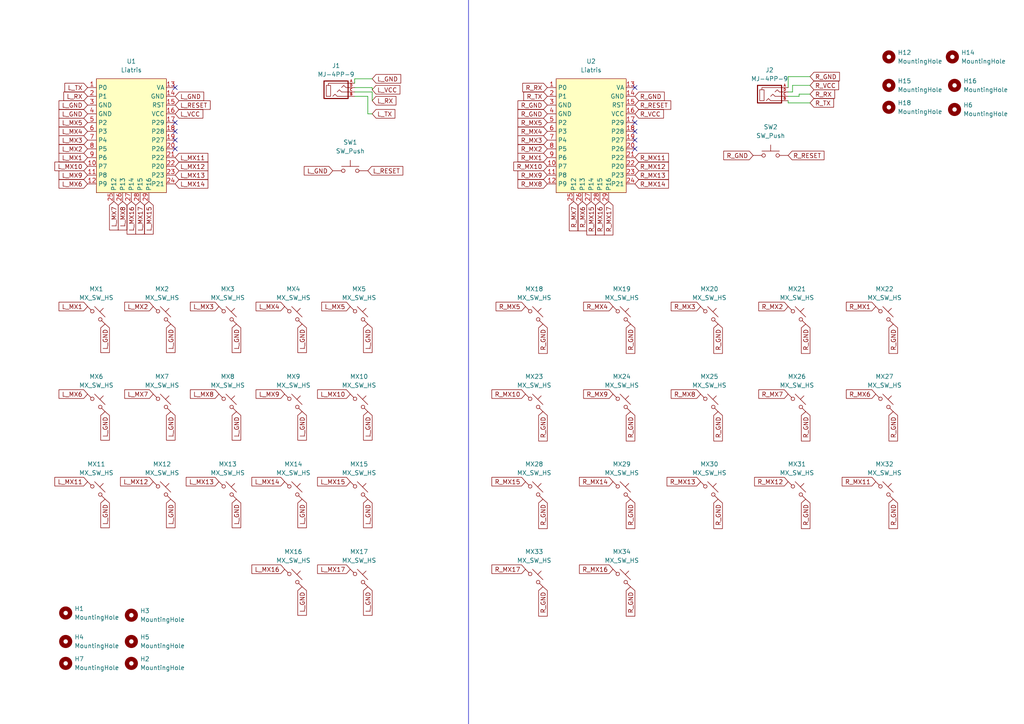
<source format=kicad_sch>
(kicad_sch (version 20230121) (generator eeschema)
  (paper "A4")
  (lib_symbols
    (symbol "Mechanical:MountingHole" (pin_names (offset 1.016))
      (property "Reference" "H" (at 0 5.08 0))
      (property "Value" "MountingHole" (at 0 3.175 0))
      (symbol "MountingHole_0_1"
        (circle (center 0 0) (radius 1.27) (stroke (width 1.27)))
      )
    )
    (symbol "Switch:SW_Push" (pin_numbers hide) (pin_names (offset 1.016) hide)
      (property "Reference" "SW" (at 1.27 2.54 0))
      (property "Value" "SW_Push" (at 0 -1.524 0))
      (symbol "SW_Push_0_1"
        (circle (center -2.032 0) (radius 0.508))
        (polyline (pts (xy 0 1.27) (xy 0 3.048)))
        (polyline (pts (xy 2.54 1.27) (xy -2.54 1.27)))
        (circle (center 2.032 0) (radius 0.508))
        (pin passive line (at -5.08 0 0) (length 2.54) (name "1") (number "1"))
        (pin passive line (at 5.08 0 180) (length 2.54) (name "2") (number "2"))
      )
    )
    (symbol "marbastlib-promicroish:Liatris" (in_bom no)
      (property "Reference" "U" (at 0 20.32 0))
      (property "Value" "Liatris" (at 0 17.78 0))
      (symbol "Liatris_0_0"
        (pin bidirectional line (at -12.7 13.97 0) (length 2.54) (name "P0") (number "1"))
        (pin bidirectional line (at -12.7 -8.89 0) (length 2.54) (name "P7") (number "10"))
        (pin bidirectional line (at -12.7 -11.43 0) (length 2.54) (name "P8") (number "11"))
        (pin bidirectional line (at -12.7 -13.97 0) (length 2.54) (name "P9") (number "12"))
        (pin power_out line (at 12.7 11.43 180) (length 2.54) (name "GND") (number "14"))
        (pin bidirectional line (at 12.7 8.89 180) (length 2.54) (name "RST") (number "15"))
        (pin bidirectional line (at 12.7 3.81 180) (length 2.54) (name "P29") (number "17"))
        (pin bidirectional line (at 12.7 1.27 180) (length 2.54) (name "P28") (number "18"))
        (pin bidirectional line (at 12.7 -1.27 180) (length 2.54) (name "P27") (number "19"))
        (pin bidirectional line (at -12.7 11.43 0) (length 2.54) (name "P1") (number "2"))
        (pin bidirectional line (at 12.7 -3.81 180) (length 2.54) (name "P26") (number "20"))
        (pin bidirectional line (at 12.7 -6.35 180) (length 2.54) (name "P22") (number "21"))
        (pin bidirectional line (at 12.7 -8.89 180) (length 2.54) (name "P20") (number "22"))
        (pin bidirectional line (at 12.7 -11.43 180) (length 2.54) (name "P23") (number "23"))
        (pin bidirectional line (at 12.7 -13.97 180) (length 2.54) (name "P21") (number "24"))
        (pin power_out line (at -12.7 8.89 0) (length 2.54) (name "GND") (number "3"))
        (pin power_out line (at -12.7 6.35 0) (length 2.54) (name "GND") (number "4"))
        (pin bidirectional line (at -12.7 3.81 0) (length 2.54) (name "P2") (number "5"))
        (pin bidirectional line (at -12.7 1.27 0) (length 2.54) (name "P3") (number "6"))
        (pin bidirectional line (at -12.7 -1.27 0) (length 2.54) (name "P4") (number "7"))
        (pin bidirectional line (at -12.7 -3.81 0) (length 2.54) (name "P5") (number "8"))
        (pin bidirectional line (at -12.7 -6.35 0) (length 2.54) (name "P6") (number "9"))
      )
      (symbol "Liatris_1_0"
        (pin power_out line (at 12.7 13.97 180) (length 2.54) (name "VA") (number "13"))
        (pin power_out line (at 12.7 6.35 180) (length 2.54) (name "VCC") (number "16"))
        (pin bidirectional line (at -5.08 -19.05 90) (length 2.54) (name "P12") (number "25"))
        (pin bidirectional line (at -2.54 -19.05 90) (length 2.54) (name "P13") (number "26"))
        (pin bidirectional line (at 0 -19.05 90) (length 2.54) (name "P14") (number "27"))
        (pin bidirectional line (at 2.54 -19.05 90) (length 2.54) (name "P15") (number "28"))
        (pin bidirectional line (at 5.08 -19.05 90) (length 2.54) (name "P16") (number "29"))
      )
      (symbol "Liatris_1_1"
        (rectangle (start -10.16 16.51) (end 10.16 -16.51) (fill (type background)))
      )
    )
    (symbol "sepp:MJ-4PP-9" (pin_names (offset 1.016))
      (property "Reference" "J" (at 0 3.81 0))
      (property "Value" "MJ-4PP-9" (at 0 -3.81 0))
      (symbol "MJ-4PP-9_0_1"
        (rectangle (start -1.905 -1.905) (end -3.175 1.27))
        (polyline (pts (xy -2.54 1.27) (xy -2.54 1.905) (xy 3.175 1.905)))
        (polyline (pts (xy -1.27 -1.905) (xy -0.635 -1.27) (xy 0 -1.905) (xy 3.175 -1.905)))
        (polyline (pts (xy 0 -0.635) (xy 0.635 0) (xy 1.27 -0.635) (xy 3.175 -0.635)))
        (polyline (pts (xy 1.27 0.635) (xy 1.905 1.27) (xy 2.54 0.635) (xy 3.175 0.635)))
        (rectangle (start 3.175 2.54) (end -3.81 -2.54) (stroke (width 0.3048)))
      )
      (symbol "MJ-4PP-9_1_1"
        (pin input line (at 5.08 1.905 180) (length 2.0066) (name "~") (number "A"))
        (pin input line (at 5.08 -1.905 180) (length 2.0066) (name "~") (number "B"))
        (pin input line (at 5.08 -0.635 180) (length 2.0066) (name "~") (number "C"))
        (pin input line (at 5.08 0.635 180) (length 2.0066) (name "~") (number "D"))
      )
    )
    (symbol "sepp:MX_SW_HS" (pin_numbers hide) (pin_names (offset 1.016) hide)
      (property "Reference" "SW" (at 3.048 1.016 0))
      (property "Value" "MX_SW_HS" (at 0 -3.81 0))
      (symbol "MX_SW_HS_0_1"
        (circle (center -1.1684 1.1684) (radius 0.508))
        (polyline (pts (xy -0.508 2.54) (xy 2.54 -0.508)))
        (polyline (pts (xy 1.016 1.016) (xy 2.032 2.032)))
        (polyline (pts (xy -2.54 2.54) (xy -1.524 1.524) (xy -1.524 1.524)))
        (polyline (pts (xy 1.524 -1.524) (xy 2.54 -2.54) (xy 2.54 -2.54) (xy 2.54 -2.54)))
        (circle (center 1.143 -1.1938) (radius 0.508))
        (pin passive line (at -2.54 2.54 0) (length 0) (name "1") (number "1"))
        (pin passive line (at 2.54 -2.54 180) (length 0) (name "2") (number "2"))
      )
    )
    (symbol "sepp:mousebites" (pin_names (offset 1.016))
      (property "Reference" "H" (at 0 5.08 0))
      (property "Value" "mousebites" (at 0 3.175 0))
      (symbol "mousebites_0_1"
        (circle (center 0 0) (radius 1.27) (stroke (width 1.27)))
      )
    )
  )
  (no_connect (at 184.15 38.1))
  (no_connect (at 184.15 43.18))
  (no_connect (at 50.8 25.4))
  (no_connect (at 50.8 43.18))
  (no_connect (at 184.15 35.56))
  (no_connect (at 50.8 38.1))
  (no_connect (at 184.15 25.4))
  (no_connect (at 50.8 35.56))
  (no_connect (at 184.15 40.64))
  (no_connect (at 50.8 40.64))
  (wire (pts (xy 229.87 24.765) (xy 229.87 26.67)))
  (wire (pts (xy 228.6 29.21) (xy 228.6 29.845)))
  (wire (pts (xy 106.68 27.94) (xy 106.68 33.02)))
  (wire (pts (xy 107.95 25.4) (xy 107.95 26.035)))
  (wire (pts (xy 234.95 27.305) (xy 231.775 27.305)))
  (wire (pts (xy 106.68 33.02) (xy 107.95 33.02)))
  (wire (pts (xy 107.95 26.67) (xy 107.95 29.21)))
  (polyline (pts (xy 135.89 -3.175) (xy 135.89 212.725)))
  (wire (pts (xy 229.87 26.67) (xy 228.6 26.67)))
  (wire (pts (xy 231.775 27.305) (xy 231.775 27.94)))
  (wire (pts (xy 102.87 27.94) (xy 106.68 27.94)))
  (wire (pts (xy 228.6 22.225) (xy 228.6 25.4)))
  (wire (pts (xy 228.6 29.845) (xy 234.95 29.845)))
  (wire (pts (xy 234.95 24.765) (xy 229.87 24.765)))
  (wire (pts (xy 231.775 27.94) (xy 228.6 27.94)))
  (wire (pts (xy 102.87 22.86) (xy 102.87 24.13)))
  (wire (pts (xy 107.95 22.86) (xy 102.87 22.86)))
  (wire (pts (xy 102.87 26.67) (xy 107.95 26.67)))
  (wire (pts (xy 102.87 25.4) (xy 107.95 25.4)))
  (wire (pts (xy 234.95 22.225) (xy 228.6 22.225)))
  (global_label "L_VCC" (shape input) (at 107.95 26.035 0) (property "Intersheetrefs" "${INTERSHEET_REFS}" (effects hide)))
  (global_label "R_MX9" (shape input) (at 158.75 50.8 180) (property "Intersheetrefs" "${INTERSHEET_REFS}" (effects hide)))
  (global_label "L_MX13" (shape input) (at 50.8 50.8 0) (property "Intersheetrefs" "${INTERSHEET_REFS}" (effects hide)))
  (global_label "L_MX17" (shape input) (at 40.64 58.42 270) (property "Intersheetrefs" "${INTERSHEET_REFS}" (effects hide)))
  (global_label "L_MX8" (shape input) (at 35.56 58.42 270) (property "Intersheetrefs" "${INTERSHEET_REFS}" (effects hide)))
  (global_label "L_MX8" (shape input) (at 63.5 114.3 180) (property "Intersheetrefs" "${INTERSHEET_REFS}" (effects hide)))
  (global_label "R_GND" (shape input) (at 157.48 144.78 270) (property "Intersheetrefs" "${INTERSHEET_REFS}" (effects hide)))
  (global_label "L_MX6" (shape input) (at 25.4 53.34 180) (property "Intersheetrefs" "${INTERSHEET_REFS}" (effects hide)))
  (global_label "R_RX" (shape input) (at 158.75 25.4 180) (property "Intersheetrefs" "${INTERSHEET_REFS}" (effects hide)))
  (global_label "R_MX9" (shape input) (at 177.8 114.3 180) (property "Intersheetrefs" "${INTERSHEET_REFS}" (effects hide)))
  (global_label "L_MX10" (shape input) (at 101.6 114.3 180) (property "Intersheetrefs" "${INTERSHEET_REFS}" (effects hide)))
  (global_label "L_GND" (shape input) (at 25.4 33.02 180) (property "Intersheetrefs" "${INTERSHEET_REFS}" (effects hide)))
  (global_label "L_MX9" (shape input) (at 82.55 114.3 180) (property "Intersheetrefs" "${INTERSHEET_REFS}" (effects hide)))
  (global_label "R_MX15" (shape input) (at 171.45 58.42 270) (property "Intersheetrefs" "${INTERSHEET_REFS}" (effects hide)))
  (global_label "R_GND" (shape input) (at 234.95 22.225 0) (property "Intersheetrefs" "${INTERSHEET_REFS}" (effects hide)))
  (global_label "L_GND" (shape input) (at 68.58 93.98 270) (property "Intersheetrefs" "${INTERSHEET_REFS}" (effects hide)))
  (global_label "L_GND" (shape input) (at 49.53 119.38 270) (property "Intersheetrefs" "${INTERSHEET_REFS}" (effects hide)))
  (global_label "R_MX3" (shape input) (at 203.2 88.9 180) (property "Intersheetrefs" "${INTERSHEET_REFS}" (effects hide)))
  (global_label "R_MX17" (shape input) (at 152.4 165.1 180) (property "Intersheetrefs" "${INTERSHEET_REFS}" (effects hide)))
  (global_label "R_MX5" (shape input) (at 158.75 35.56 180) (property "Intersheetrefs" "${INTERSHEET_REFS}" (effects hide)))
  (global_label "R_GND" (shape input) (at 208.28 119.38 270) (property "Intersheetrefs" "${INTERSHEET_REFS}" (effects hide)))
  (global_label "L_MX2" (shape input) (at 44.45 88.9 180) (property "Intersheetrefs" "${INTERSHEET_REFS}" (effects hide)))
  (global_label "L_MX11" (shape input) (at 25.4 139.7 180) (property "Intersheetrefs" "${INTERSHEET_REFS}" (effects hide)))
  (global_label "L_MX16" (shape input) (at 38.1 58.42 270) (property "Intersheetrefs" "${INTERSHEET_REFS}" (effects hide)))
  (global_label "R_GND" (shape input) (at 182.88 93.98 270) (property "Intersheetrefs" "${INTERSHEET_REFS}" (effects hide)))
  (global_label "L_GND" (shape input) (at 30.48 93.98 270) (property "Intersheetrefs" "${INTERSHEET_REFS}" (effects hide)))
  (global_label "L_GND" (shape input) (at 68.58 119.38 270) (property "Intersheetrefs" "${INTERSHEET_REFS}" (effects hide)))
  (global_label "R_MX5" (shape input) (at 152.4 88.9 180) (property "Intersheetrefs" "${INTERSHEET_REFS}" (effects hide)))
  (global_label "L_MX17" (shape input) (at 101.6 165.1 180) (property "Intersheetrefs" "${INTERSHEET_REFS}" (effects hide)))
  (global_label "R_MX6" (shape input) (at 168.91 58.42 270) (property "Intersheetrefs" "${INTERSHEET_REFS}" (effects hide)))
  (global_label "R_GND" (shape input) (at 233.68 119.38 270) (property "Intersheetrefs" "${INTERSHEET_REFS}" (effects hide)))
  (global_label "L_GND" (shape input) (at 87.63 119.38 270) (property "Intersheetrefs" "${INTERSHEET_REFS}" (effects hide)))
  (global_label "L_GND" (shape input) (at 106.68 170.18 270) (property "Intersheetrefs" "${INTERSHEET_REFS}" (effects hide)))
  (global_label "R_MX3" (shape input) (at 158.75 40.64 180) (property "Intersheetrefs" "${INTERSHEET_REFS}" (effects hide)))
  (global_label "R_MX2" (shape input) (at 158.75 43.18 180) (property "Intersheetrefs" "${INTERSHEET_REFS}" (effects hide)))
  (global_label "R_MX16" (shape input) (at 177.8 165.1 180) (property "Intersheetrefs" "${INTERSHEET_REFS}" (effects hide)))
  (global_label "R_GND" (shape input) (at 158.75 33.02 180) (property "Intersheetrefs" "${INTERSHEET_REFS}" (effects hide)))
  (global_label "R_GND" (shape input) (at 233.68 144.78 270) (property "Intersheetrefs" "${INTERSHEET_REFS}" (effects hide)))
  (global_label "R_MX11" (shape input) (at 184.15 45.72 0) (property "Intersheetrefs" "${INTERSHEET_REFS}" (effects hide)))
  (global_label "R_VCC" (shape input) (at 184.15 33.02 0) (property "Intersheetrefs" "${INTERSHEET_REFS}" (effects hide)))
  (global_label "L_MX16" (shape input) (at 82.55 165.1 180) (property "Intersheetrefs" "${INTERSHEET_REFS}" (effects hide)))
  (global_label "L_TX" (shape input) (at 25.4 25.4 180) (property "Intersheetrefs" "${INTERSHEET_REFS}" (effects hide)))
  (global_label "L_GND" (shape input) (at 106.68 93.98 270) (property "Intersheetrefs" "${INTERSHEET_REFS}" (effects hide)))
  (global_label "R_MX4" (shape input) (at 177.8 88.9 180) (property "Intersheetrefs" "${INTERSHEET_REFS}" (effects hide)))
  (global_label "L_GND" (shape input) (at 106.68 144.78 270) (property "Intersheetrefs" "${INTERSHEET_REFS}" (effects hide)))
  (global_label "L_MX4" (shape input) (at 25.4 38.1 180) (property "Intersheetrefs" "${INTERSHEET_REFS}" (effects hide)))
  (global_label "L_MX1" (shape input) (at 25.4 88.9 180) (property "Intersheetrefs" "${INTERSHEET_REFS}" (effects hide)))
  (global_label "R_MX14" (shape input) (at 177.8 139.7 180) (property "Intersheetrefs" "${INTERSHEET_REFS}" (effects hide)))
  (global_label "L_MX15" (shape input) (at 43.18 58.42 270) (property "Intersheetrefs" "${INTERSHEET_REFS}" (effects hide)))
  (global_label "R_MX2" (shape input) (at 228.6 88.9 180) (property "Intersheetrefs" "${INTERSHEET_REFS}" (effects hide)))
  (global_label "L_MX14" (shape input) (at 50.8 53.34 0) (property "Intersheetrefs" "${INTERSHEET_REFS}" (effects hide)))
  (global_label "R_MX13" (shape input) (at 184.15 50.8 0) (property "Intersheetrefs" "${INTERSHEET_REFS}" (effects hide)))
  (global_label "R_VCC" (shape input) (at 234.95 24.765 0) (property "Intersheetrefs" "${INTERSHEET_REFS}" (effects hide)))
  (global_label "R_MX16" (shape input) (at 173.99 58.42 270) (property "Intersheetrefs" "${INTERSHEET_REFS}" (effects hide)))
  (global_label "R_GND" (shape input) (at 208.28 144.78 270) (property "Intersheetrefs" "${INTERSHEET_REFS}" (effects hide)))
  (global_label "R_GND" (shape input) (at 233.68 93.98 270) (property "Intersheetrefs" "${INTERSHEET_REFS}" (effects hide)))
  (global_label "L_GND" (shape input) (at 49.53 93.98 270) (property "Intersheetrefs" "${INTERSHEET_REFS}" (effects hide)))
  (global_label "L_MX9" (shape input) (at 25.4 50.8 180) (property "Intersheetrefs" "${INTERSHEET_REFS}" (effects hide)))
  (global_label "R_RESET" (shape input) (at 228.6 45.085 0) (property "Intersheetrefs" "${INTERSHEET_REFS}" (effects hide)))
  (global_label "L_GND" (shape input) (at 96.52 49.53 180) (property "Intersheetrefs" "${INTERSHEET_REFS}" (effects hide)))
  (global_label "L_MX14" (shape input) (at 82.55 139.7 180) (property "Intersheetrefs" "${INTERSHEET_REFS}" (effects hide)))
  (global_label "R_GND" (shape input) (at 259.08 119.38 270) (property "Intersheetrefs" "${INTERSHEET_REFS}" (effects hide)))
  (global_label "L_GND" (shape input) (at 50.8 27.94 0) (property "Intersheetrefs" "${INTERSHEET_REFS}" (effects hide)))
  (global_label "R_RX" (shape input) (at 234.95 27.305 0) (property "Intersheetrefs" "${INTERSHEET_REFS}" (effects hide)))
  (global_label "L_MX12" (shape input) (at 44.45 139.7 180) (property "Intersheetrefs" "${INTERSHEET_REFS}" (effects hide)))
  (global_label "R_TX" (shape input) (at 158.75 27.94 180) (property "Intersheetrefs" "${INTERSHEET_REFS}" (effects hide)))
  (global_label "L_MX2" (shape input) (at 25.4 43.18 180) (property "Intersheetrefs" "${INTERSHEET_REFS}" (effects hide)))
  (global_label "R_MX15" (shape input) (at 152.4 139.7 180) (property "Intersheetrefs" "${INTERSHEET_REFS}" (effects hide)))
  (global_label "R_GND" (shape input) (at 259.08 144.78 270) (property "Intersheetrefs" "${INTERSHEET_REFS}" (effects hide)))
  (global_label "L_MX11" (shape input) (at 50.8 45.72 0) (property "Intersheetrefs" "${INTERSHEET_REFS}" (effects hide)))
  (global_label "L_MX13" (shape input) (at 63.5 139.7 180) (property "Intersheetrefs" "${INTERSHEET_REFS}" (effects hide)))
  (global_label "R_MX7" (shape input) (at 166.37 58.42 270) (property "Intersheetrefs" "${INTERSHEET_REFS}" (effects hide)))
  (global_label "L_MX7" (shape input) (at 33.02 58.42 270) (property "Intersheetrefs" "${INTERSHEET_REFS}" (effects hide)))
  (global_label "R_GND" (shape input) (at 218.44 45.085 180) (property "Intersheetrefs" "${INTERSHEET_REFS}" (effects hide)))
  (global_label "R_GND" (shape input) (at 182.88 144.78 270) (property "Intersheetrefs" "${INTERSHEET_REFS}" (effects hide)))
  (global_label "R_MX1" (shape input) (at 158.75 45.72 180) (property "Intersheetrefs" "${INTERSHEET_REFS}" (effects hide)))
  (global_label "L_GND" (shape input) (at 87.63 170.18 270) (property "Intersheetrefs" "${INTERSHEET_REFS}" (effects hide)))
  (global_label "R_GND" (shape input) (at 157.48 119.38 270) (property "Intersheetrefs" "${INTERSHEET_REFS}" (effects hide)))
  (global_label "R_GND" (shape input) (at 182.88 119.38 270) (property "Intersheetrefs" "${INTERSHEET_REFS}" (effects hide)))
  (global_label "L_GND" (shape input) (at 106.68 119.38 270) (property "Intersheetrefs" "${INTERSHEET_REFS}" (effects hide)))
  (global_label "L_GND" (shape input) (at 49.53 144.78 270) (property "Intersheetrefs" "${INTERSHEET_REFS}" (effects hide)))
  (global_label "R_MX7" (shape input) (at 228.6 114.3 180) (property "Intersheetrefs" "${INTERSHEET_REFS}" (effects hide)))
  (global_label "L_GND" (shape input) (at 107.95 22.86 0) (property "Intersheetrefs" "${INTERSHEET_REFS}" (effects hide)))
  (global_label "R_MX12" (shape input) (at 184.15 48.26 0) (property "Intersheetrefs" "${INTERSHEET_REFS}" (effects hide)))
  (global_label "R_MX13" (shape input) (at 203.2 139.7 180) (property "Intersheetrefs" "${INTERSHEET_REFS}" (effects hide)))
  (global_label "R_MX10" (shape input) (at 158.75 48.26 180) (property "Intersheetrefs" "${INTERSHEET_REFS}" (effects hide)))
  (global_label "L_MX3" (shape input) (at 63.5 88.9 180) (property "Intersheetrefs" "${INTERSHEET_REFS}" (effects hide)))
  (global_label "L_MX15" (shape input) (at 101.6 139.7 180) (property "Intersheetrefs" "${INTERSHEET_REFS}" (effects hide)))
  (global_label "L_RX" (shape input) (at 25.4 27.94 180) (property "Intersheetrefs" "${INTERSHEET_REFS}" (effects hide)))
  (global_label "L_MX3" (shape input) (at 25.4 40.64 180) (property "Intersheetrefs" "${INTERSHEET_REFS}" (effects hide)))
  (global_label "R_MX10" (shape input) (at 152.4 114.3 180) (property "Intersheetrefs" "${INTERSHEET_REFS}" (effects hide)))
  (global_label "R_TX" (shape input) (at 234.95 29.845 0) (property "Intersheetrefs" "${INTERSHEET_REFS}" (effects hide)))
  (global_label "L_GND" (shape input) (at 87.63 93.98 270) (property "Intersheetrefs" "${INTERSHEET_REFS}" (effects hide)))
  (global_label "R_GND" (shape input) (at 184.15 27.94 0) (property "Intersheetrefs" "${INTERSHEET_REFS}" (effects hide)))
  (global_label "L_GND" (shape input) (at 25.4 30.48 180) (property "Intersheetrefs" "${INTERSHEET_REFS}" (effects hide)))
  (global_label "R_MX4" (shape input) (at 158.75 38.1 180) (property "Intersheetrefs" "${INTERSHEET_REFS}" (effects hide)))
  (global_label "R_MX11" (shape input) (at 254 139.7 180) (property "Intersheetrefs" "${INTERSHEET_REFS}" (effects hide)))
  (global_label "R_GND" (shape input) (at 157.48 170.18 270) (property "Intersheetrefs" "${INTERSHEET_REFS}" (effects hide)))
  (global_label "R_MX17" (shape input) (at 176.53 58.42 270) (property "Intersheetrefs" "${INTERSHEET_REFS}" (effects hide)))
  (global_label "R_MX8" (shape input) (at 203.2 114.3 180) (property "Intersheetrefs" "${INTERSHEET_REFS}" (effects hide)))
  (global_label "R_MX12" (shape input) (at 228.6 139.7 180) (property "Intersheetrefs" "${INTERSHEET_REFS}" (effects hide)))
  (global_label "L_GND" (shape input) (at 30.48 119.38 270) (property "Intersheetrefs" "${INTERSHEET_REFS}" (effects hide)))
  (global_label "L_MX7" (shape input) (at 44.45 114.3 180) (property "Intersheetrefs" "${INTERSHEET_REFS}" (effects hide)))
  (global_label "L_MX4" (shape input) (at 82.55 88.9 180) (property "Intersheetrefs" "${INTERSHEET_REFS}" (effects hide)))
  (global_label "L_MX5" (shape input) (at 101.6 88.9 180) (property "Intersheetrefs" "${INTERSHEET_REFS}" (effects hide)))
  (global_label "R_GND" (shape input) (at 259.08 93.98 270) (property "Intersheetrefs" "${INTERSHEET_REFS}" (effects hide)))
  (global_label "R_GND" (shape input) (at 208.28 93.98 270) (property "Intersheetrefs" "${INTERSHEET_REFS}" (effects hide)))
  (global_label "L_MX5" (shape input) (at 25.4 35.56 180) (property "Intersheetrefs" "${INTERSHEET_REFS}" (effects hide)))
  (global_label "R_RESET" (shape input) (at 184.15 30.48 0) (property "Intersheetrefs" "${INTERSHEET_REFS}" (effects hide)))
  (global_label "L_TX" (shape input) (at 107.95 33.02 0) (property "Intersheetrefs" "${INTERSHEET_REFS}" (effects hide)))
  (global_label "L_VCC" (shape input) (at 50.8 33.02 0) (property "Intersheetrefs" "${INTERSHEET_REFS}" (effects hide)))
  (global_label "L_MX1" (shape input) (at 25.4 45.72 180) (property "Intersheetrefs" "${INTERSHEET_REFS}" (effects hide)))
  (global_label "R_GND" (shape input) (at 158.75 30.48 180) (property "Intersheetrefs" "${INTERSHEET_REFS}" (effects hide)))
  (global_label "L_MX12" (shape input) (at 50.8 48.26 0) (property "Intersheetrefs" "${INTERSHEET_REFS}" (effects hide)))
  (global_label "R_MX8" (shape input) (at 158.75 53.34 180) (property "Intersheetrefs" "${INTERSHEET_REFS}" (effects hide)))
  (global_label "L_GND" (shape input) (at 68.58 144.78 270) (property "Intersheetrefs" "${INTERSHEET_REFS}" (effects hide)))
  (global_label "L_RX" (shape input) (at 107.95 29.21 0) (property "Intersheetrefs" "${INTERSHEET_REFS}" (effects hide)))
  (global_label "L_GND" (shape input) (at 30.48 144.78 270) (property "Intersheetrefs" "${INTERSHEET_REFS}" (effects hide)))
  (global_label "L_RESET" (shape input) (at 50.8 30.48 0) (property "Intersheetrefs" "${INTERSHEET_REFS}" (effects hide)))
  (global_label "R_GND" (shape input) (at 182.88 170.18 270) (property "Intersheetrefs" "${INTERSHEET_REFS}" (effects hide)))
  (global_label "R_GND" (shape input) (at 157.48 93.98 270) (property "Intersheetrefs" "${INTERSHEET_REFS}" (effects hide)))
  (global_label "L_RESET" (shape input) (at 106.68 49.53 0) (property "Intersheetrefs" "${INTERSHEET_REFS}" (effects hide)))
  (global_label "L_MX10" (shape input) (at 25.4 48.26 180) (property "Intersheetrefs" "${INTERSHEET_REFS}" (effects hide)))
  (global_label "R_MX6" (shape input) (at 254 114.3 180) (property "Intersheetrefs" "${INTERSHEET_REFS}" (effects hide)))
  (global_label "L_GND" (shape input) (at 87.63 144.78 270) (property "Intersheetrefs" "${INTERSHEET_REFS}" (effects hide)))
  (global_label "L_MX6" (shape input) (at 25.4 114.3 180) (property "Intersheetrefs" "${INTERSHEET_REFS}" (effects hide)))
  (global_label "R_MX14" (shape input) (at 184.15 53.34 0) (property "Intersheetrefs" "${INTERSHEET_REFS}" (effects hide)))
  (global_label "R_MX1" (shape input) (at 254 88.9 180) (property "Intersheetrefs" "${INTERSHEET_REFS}" (effects hide)))
  (symbol (lib_id "Mechanical:MountingHole") (at 276.86 31.75 0) (unit 1)
    (property "Reference" "H6" (at 279.4 30.48 0) (effects (justify left)))
    (property "Value" "MountingHole" (at 279.4 33.02 0) (effects (justify left)))
    (property "Footprint" "MountingHole:MountingHole_2.2mm_M2_DIN965" (effects hide))
  )
  (symbol (lib_id "sepp:MX_SW_HS") (at 205.74 116.84 0) (unit 1)
    (property "Reference" "MX25" (at 205.74 109.22 0))
    (property "Value" "MX_SW_HS" (at 205.74 111.76 0))
    (property "Footprint" "sepp:SW_MX_HS_1u" (effects hide))
  )
  (symbol (lib_id "sepp:MX_SW_HS") (at 154.94 91.44 0) (unit 1)
    (property "Reference" "MX18" (at 154.94 83.82 0))
    (property "Value" "MX_SW_HS" (at 154.94 86.36 0))
    (property "Footprint" "sepp:SW_MX_HS_1u" (effects hide))
  )
  (symbol (lib_id "Mechanical:MountingHole") (at 257.81 24.765 0) (unit 1)
    (property "Reference" "H15" (at 260.35 23.495 0) (effects (justify left)))
    (property "Value" "MountingHole" (at 260.35 26.035 0) (effects (justify left)))
    (property "Footprint" "MountingHole:MountingHole_2.2mm_M2_DIN965" (effects hide))
  )
  (symbol (lib_id "Mechanical:MountingHole") (at 257.81 31.115 0) (unit 1)
    (property "Reference" "H18" (at 260.35 29.845 0) (effects (justify left)))
    (property "Value" "MountingHole" (at 260.35 32.385 0) (effects (justify left)))
    (property "Footprint" "MountingHole:MountingHole_2.2mm_M2_DIN965" (effects hide))
  )
  (symbol (lib_id "sepp:MX_SW_HS") (at 85.09 167.64 0) (unit 1)
    (property "Reference" "MX16" (at 85.09 160.02 0))
    (property "Value" "MX_SW_HS" (at 85.09 162.56 0))
    (property "Footprint" "sepp:SW_MX_HS_1u" (effects hide))
  )
  (symbol (lib_id "sepp:MX_SW_HS") (at 85.09 116.84 0) (unit 1)
    (property "Reference" "MX9" (at 85.09 109.22 0))
    (property "Value" "MX_SW_HS" (at 85.09 111.76 0))
    (property "Footprint" "sepp:SW_MX_HS_1u" (effects hide))
  )
  (symbol (lib_id "sepp:mousebites") (at 128.27 -13.335 0) (unit 1)
    (property "Reference" "H9" (at 130.81 -14.605 0) (effects (justify left)))
    (property "Value" "mousebites" (at 130.81 -12.065 0) (effects (justify left)))
    (property "Footprint" "sepp:breakaway-mousebites" (effects hide))
  )
  (symbol (lib_id "Mechanical:MountingHole") (at 19.05 192.405 0) (unit 1)
    (property "Reference" "H7" (at 21.59 191.135 0) (effects (justify left)))
    (property "Value" "MountingHole" (at 21.59 193.675 0) (effects (justify left)))
    (property "Footprint" "MountingHole:MountingHole_2.2mm_M2_DIN965" (effects hide))
  )
  (symbol (lib_id "sepp:MJ-4PP-9") (at 223.52 27.305 0) (unit 1)
    (property "Reference" "J2" (at 223.2025 20.32 0))
    (property "Value" "MJ-4PP-9" (at 223.2025 22.86 0))
    (property "Footprint" "sepp:MJ-4PP-9" (effects hide))
  )
  (symbol (lib_id "Switch:SW_Push") (at 223.52 45.085 0) (unit 1)
    (property "Reference" "SW2" (at 223.52 36.83 0))
    (property "Value" "SW_Push" (at 223.52 39.37 0))
    (property "Footprint" "sepp:top_reset" (effects hide))
  )
  (symbol (lib_id "sepp:MJ-4PP-9") (at 97.79 26.035 0) (unit 1)
    (property "Reference" "J1" (at 97.4725 19.05 0))
    (property "Value" "MJ-4PP-9" (at 97.4725 21.59 0))
    (property "Footprint" "sepp:MJ-4PP-9" (effects hide))
  )
  (symbol (lib_id "sepp:MX_SW_HS") (at 256.54 91.44 0) (unit 1)
    (property "Reference" "MX22" (at 256.54 83.82 0))
    (property "Value" "MX_SW_HS" (at 256.54 86.36 0))
    (property "Footprint" "sepp:SW_MX_HS_1u" (effects hide))
  )
  (symbol (lib_id "Mechanical:MountingHole") (at 19.05 186.055 0) (unit 1)
    (property "Reference" "H4" (at 21.59 184.785 0) (effects (justify left)))
    (property "Value" "MountingHole" (at 21.59 187.325 0) (effects (justify left)))
    (property "Footprint" "MountingHole:MountingHole_2.2mm_M2_DIN965" (effects hide))
  )
  (symbol (lib_id "Mechanical:MountingHole") (at 38.1 192.405 0) (unit 1)
    (property "Reference" "H2" (at 40.64 191.135 0) (effects (justify left)))
    (property "Value" "MountingHole" (at 40.64 193.675 0) (effects (justify left)))
    (property "Footprint" "MountingHole:MountingHole_2.2mm_M2_DIN965" (effects hide))
  )
  (symbol (lib_id "Mechanical:MountingHole") (at 38.1 186.055 0) (unit 1)
    (property "Reference" "H5" (at 40.64 184.785 0) (effects (justify left)))
    (property "Value" "MountingHole" (at 40.64 187.325 0) (effects (justify left)))
    (property "Footprint" "MountingHole:MountingHole_2.2mm_M2_DIN965" (effects hide))
  )
  (symbol (lib_id "sepp:MX_SW_HS") (at 27.94 142.24 0) (unit 1)
    (property "Reference" "MX11" (at 27.94 134.62 0))
    (property "Value" "MX_SW_HS" (at 27.94 137.16 0))
    (property "Footprint" "sepp:SW_MX_HS_1u" (effects hide))
  )
  (symbol (lib_id "Mechanical:MountingHole") (at 257.81 16.51 0) (unit 1)
    (property "Reference" "H12" (at 260.35 15.24 0) (effects (justify left)))
    (property "Value" "MountingHole" (at 260.35 17.78 0) (effects (justify left)))
    (property "Footprint" "MountingHole:MountingHole_2.2mm_M2_DIN965" (effects hide))
  )
  (symbol (lib_id "Mechanical:MountingHole") (at 276.86 24.765 0) (unit 1)
    (property "Reference" "H16" (at 279.4 23.495 0) (effects (justify left)))
    (property "Value" "MountingHole" (at 279.4 26.035 0) (effects (justify left)))
    (property "Footprint" "MountingHole:MountingHole_2.2mm_M2_DIN965" (effects hide))
  )
  (symbol (lib_id "sepp:MX_SW_HS") (at 46.99 116.84 0) (unit 1)
    (property "Reference" "MX7" (at 46.99 109.22 0))
    (property "Value" "MX_SW_HS" (at 46.99 111.76 0))
    (property "Footprint" "sepp:SW_MX_HS_1u" (effects hide))
  )
  (symbol (lib_id "sepp:MX_SW_HS") (at 180.34 116.84 0) (unit 1)
    (property "Reference" "MX24" (at 180.34 109.22 0))
    (property "Value" "MX_SW_HS" (at 180.34 111.76 0))
    (property "Footprint" "sepp:SW_MX_HS_1u" (effects hide))
  )
  (symbol (lib_id "marbastlib-promicroish:Liatris") (at 38.1 39.37 0) (unit 1) (in_bom no)
    (property "Reference" "U1" (at 38.1 17.78 0))
    (property "Value" "Liatris" (at 38.1 20.32 0))
    (property "Footprint" "marbastlib-xp-promicroish:Liatris_AH_USBdn" (effects hide))
  )
  (symbol (lib_id "Mechanical:MountingHole") (at 19.05 177.8 0) (unit 1)
    (property "Reference" "H1" (at 21.59 176.53 0) (effects (justify left)))
    (property "Value" "MountingHole" (at 21.59 179.07 0) (effects (justify left)))
    (property "Footprint" "MountingHole:MountingHole_2.2mm_M2_DIN965" (effects hide))
  )
  (symbol (lib_id "sepp:MX_SW_HS") (at 231.14 91.44 0) (unit 1)
    (property "Reference" "MX21" (at 231.14 83.82 0))
    (property "Value" "MX_SW_HS" (at 231.14 86.36 0))
    (property "Footprint" "sepp:SW_MX_HS_1u" (effects hide))
  )
  (symbol (lib_id "sepp:MX_SW_HS") (at 231.14 142.24 0) (unit 1)
    (property "Reference" "MX31" (at 231.14 134.62 0))
    (property "Value" "MX_SW_HS" (at 231.14 137.16 0))
    (property "Footprint" "sepp:SW_MX_HS_1u" (effects hide))
  )
  (symbol (lib_id "sepp:MX_SW_HS") (at 104.14 142.24 0) (unit 1)
    (property "Reference" "MX15" (at 104.14 134.62 0))
    (property "Value" "MX_SW_HS" (at 104.14 137.16 0))
    (property "Footprint" "sepp:SW_MX_HS_1u" (effects hide))
  )
  (symbol (lib_id "Mechanical:MountingHole") (at 276.225 16.51 0) (unit 1)
    (property "Reference" "H14" (at 278.765 15.24 0) (effects (justify left)))
    (property "Value" "MountingHole" (at 278.765 17.78 0) (effects (justify left)))
    (property "Footprint" "MountingHole:MountingHole_2.2mm_M2_DIN965" (effects hide))
  )
  (symbol (lib_id "sepp:MX_SW_HS") (at 205.74 142.24 0) (unit 1)
    (property "Reference" "MX30" (at 205.74 134.62 0))
    (property "Value" "MX_SW_HS" (at 205.74 137.16 0))
    (property "Footprint" "sepp:SW_MX_HS_1u" (effects hide))
  )
  (symbol (lib_id "sepp:MX_SW_HS") (at 104.14 167.64 0) (unit 1)
    (property "Reference" "MX17" (at 104.14 160.02 0))
    (property "Value" "MX_SW_HS" (at 104.14 162.56 0))
    (property "Footprint" "sepp:SW_MX_HS_1u" (effects hide))
  )
  (symbol (lib_id "sepp:MX_SW_HS") (at 27.94 91.44 0) (unit 1)
    (property "Reference" "MX1" (at 27.94 83.82 0))
    (property "Value" "MX_SW_HS" (at 27.94 86.36 0))
    (property "Footprint" "sepp:SW_MX_HS_1u" (effects hide))
  )
  (symbol (lib_id "sepp:MX_SW_HS") (at 27.94 116.84 0) (unit 1)
    (property "Reference" "MX6" (at 27.94 109.22 0))
    (property "Value" "MX_SW_HS" (at 27.94 111.76 0))
    (property "Footprint" "sepp:SW_MX_HS_1u" (effects hide))
  )
  (symbol (lib_id "sepp:MX_SW_HS") (at 180.34 142.24 0) (unit 1)
    (property "Reference" "MX29" (at 180.34 134.62 0))
    (property "Value" "MX_SW_HS" (at 180.34 137.16 0))
    (property "Footprint" "sepp:SW_MX_HS_1u" (effects hide))
  )
  (symbol (lib_id "sepp:MX_SW_HS") (at 85.09 91.44 0) (unit 1)
    (property "Reference" "MX4" (at 85.09 83.82 0))
    (property "Value" "MX_SW_HS" (at 85.09 86.36 0))
    (property "Footprint" "sepp:SW_MX_HS_1u" (effects hide))
  )
  (symbol (lib_id "sepp:MX_SW_HS") (at 66.04 91.44 0) (unit 1)
    (property "Reference" "MX3" (at 66.04 83.82 0))
    (property "Value" "MX_SW_HS" (at 66.04 86.36 0))
    (property "Footprint" "sepp:SW_MX_HS_1u" (effects hide))
  )
  (symbol (lib_id "sepp:MX_SW_HS") (at 154.94 116.84 0) (unit 1)
    (property "Reference" "MX23" (at 154.94 109.22 0))
    (property "Value" "MX_SW_HS" (at 154.94 111.76 0))
    (property "Footprint" "sepp:SW_MX_HS_1u" (effects hide))
  )
  (symbol (lib_id "sepp:MX_SW_HS") (at 154.94 142.24 0) (unit 1)
    (property "Reference" "MX28" (at 154.94 134.62 0))
    (property "Value" "MX_SW_HS" (at 154.94 137.16 0))
    (property "Footprint" "sepp:SW_MX_HS_1u" (effects hide))
  )
  (symbol (lib_id "Mechanical:MountingHole") (at 38.1 178.435 0) (unit 1)
    (property "Reference" "H3" (at 40.64 177.165 0) (effects (justify left)))
    (property "Value" "MountingHole" (at 40.64 179.705 0) (effects (justify left)))
    (property "Footprint" "MountingHole:MountingHole_2.2mm_M2_DIN965" (effects hide))
  )
  (symbol (lib_id "sepp:MX_SW_HS") (at 46.99 142.24 0) (unit 1)
    (property "Reference" "MX12" (at 46.99 134.62 0))
    (property "Value" "MX_SW_HS" (at 46.99 137.16 0))
    (property "Footprint" "sepp:SW_MX_HS_1u" (effects hide))
  )
  (symbol (lib_id "sepp:mousebites") (at 128.27 -18.415 0) (unit 1)
    (property "Reference" "H8" (at 130.81 -19.685 0) (effects (justify left)))
    (property "Value" "mousebites" (at 130.81 -17.145 0) (effects (justify left)))
    (property "Footprint" "sepp:breakaway-mousebites" (effects hide))
  )
  (symbol (lib_id "Switch:SW_Push") (at 101.6 49.53 0) (unit 1)
    (property "Reference" "SW1" (at 101.6 41.275 0))
    (property "Value" "SW_Push" (at 101.6 43.815 0))
    (property "Footprint" "sepp:top_reset" (effects hide))
  )
  (symbol (lib_id "sepp:MX_SW_HS") (at 205.74 91.44 0) (unit 1)
    (property "Reference" "MX20" (at 205.74 83.82 0))
    (property "Value" "MX_SW_HS" (at 205.74 86.36 0))
    (property "Footprint" "sepp:SW_MX_HS_1u" (effects hide))
  )
  (symbol (lib_id "marbastlib-promicroish:Liatris") (at 171.45 39.37 0) (unit 1) (in_bom no)
    (property "Reference" "U2" (at 171.45 17.78 0))
    (property "Value" "Liatris" (at 171.45 20.32 0))
    (property "Footprint" "marbastlib-xp-promicroish:Liatris_AH_USBdn" (effects hide))
  )
  (symbol (lib_id "sepp:mousebites") (at 144.78 -18.415 0) (unit 1)
    (property "Reference" "H10" (at 147.32 -19.685 0) (effects (justify left)))
    (property "Value" "mousebites" (at 147.32 -17.145 0) (effects (justify left)))
    (property "Footprint" "sepp:breakaway-mousebites" (effects hide))
  )
  (symbol (lib_id "sepp:MX_SW_HS") (at 66.04 116.84 0) (unit 1)
    (property "Reference" "MX8" (at 66.04 109.22 0))
    (property "Value" "MX_SW_HS" (at 66.04 111.76 0))
    (property "Footprint" "sepp:SW_MX_HS_1u" (effects hide))
  )
  (symbol (lib_id "sepp:MX_SW_HS") (at 180.34 91.44 0) (unit 1)
    (property "Reference" "MX19" (at 180.34 83.82 0))
    (property "Value" "MX_SW_HS" (at 180.34 86.36 0))
    (property "Footprint" "sepp:SW_MX_HS_1u" (effects hide))
  )
  (symbol (lib_id "sepp:MX_SW_HS") (at 66.04 142.24 0) (unit 1)
    (property "Reference" "MX13" (at 66.04 134.62 0))
    (property "Value" "MX_SW_HS" (at 66.04 137.16 0))
    (property "Footprint" "sepp:SW_MX_HS_1u" (effects hide))
  )
  (symbol (lib_id "sepp:MX_SW_HS") (at 85.09 142.24 0) (unit 1)
    (property "Reference" "MX14" (at 85.09 134.62 0))
    (property "Value" "MX_SW_HS" (at 85.09 137.16 0))
    (property "Footprint" "sepp:SW_MX_HS_1u" (effects hide))
  )
  (symbol (lib_id "sepp:mousebites") (at 144.78 -13.335 0) (unit 1)
    (property "Reference" "H11" (at 147.32 -14.605 0) (effects (justify left)))
    (property "Value" "mousebites" (at 147.32 -12.065 0) (effects (justify left)))
    (property "Footprint" "sepp:breakaway-mousebites" (effects hide))
  )
  (symbol (lib_id "sepp:MX_SW_HS") (at 46.99 91.44 0) (unit 1)
    (property "Reference" "MX2" (at 46.99 83.82 0))
    (property "Value" "MX_SW_HS" (at 46.99 86.36 0))
    (property "Footprint" "sepp:SW_MX_HS_1u" (effects hide))
  )
  (symbol (lib_id "sepp:MX_SW_HS") (at 256.54 116.84 0) (unit 1)
    (property "Reference" "MX27" (at 256.54 109.22 0))
    (property "Value" "MX_SW_HS" (at 256.54 111.76 0))
    (property "Footprint" "sepp:SW_MX_HS_1u" (effects hide))
  )
  (symbol (lib_id "sepp:MX_SW_HS") (at 256.54 142.24 0) (unit 1)
    (property "Reference" "MX32" (at 256.54 134.62 0))
    (property "Value" "MX_SW_HS" (at 256.54 137.16 0))
    (property "Footprint" "sepp:SW_MX_HS_1u" (effects hide))
  )
  (symbol (lib_id "sepp:MX_SW_HS") (at 104.14 116.84 0) (unit 1)
    (property "Reference" "MX10" (at 104.14 109.22 0))
    (property "Value" "MX_SW_HS" (at 104.14 111.76 0))
    (property "Footprint" "sepp:SW_MX_HS_1u" (effects hide))
  )
  (symbol (lib_id "sepp:MX_SW_HS") (at 180.34 167.64 0) (unit 1)
    (property "Reference" "MX34" (at 180.34 160.02 0))
    (property "Value" "MX_SW_HS" (at 180.34 162.56 0))
    (property "Footprint" "sepp:SW_MX_HS_1u" (effects hide))
  )
  (symbol (lib_id "sepp:MX_SW_HS") (at 154.94 167.64 0) (unit 1)
    (property "Reference" "MX33" (at 154.94 160.02 0))
    (property "Value" "MX_SW_HS" (at 154.94 162.56 0))
    (property "Footprint" "sepp:SW_MX_HS_1u" (effects hide))
  )
  (symbol (lib_id "sepp:MX_SW_HS") (at 231.14 116.84 0) (unit 1)
    (property "Reference" "MX26" (at 231.14 109.22 0))
    (property "Value" "MX_SW_HS" (at 231.14 111.76 0))
    (property "Footprint" "sepp:SW_MX_HS_1u" (effects hide))
  )
  (symbol (lib_id "sepp:MX_SW_HS") (at 104.14 91.44 0) (unit 1)
    (property "Reference" "MX5" (at 104.14 83.82 0))
    (property "Value" "MX_SW_HS" (at 104.14 86.36 0))
    (property "Footprint" "sepp:SW_MX_HS_1u" (effects hide))
  )
)
</source>
